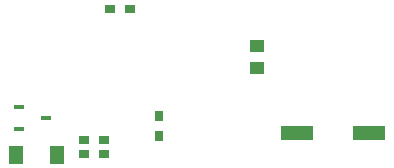
<source format=gbr>
G04 DipTrace 3.3.1.3*
G04 BottomPaste.gbr*
%MOIN*%
G04 #@! TF.FileFunction,Paste,Bot*
G04 #@! TF.Part,Single*
%ADD64R,0.110236X0.051181*%
%ADD70R,0.033465X0.017717*%
%ADD76R,0.047244X0.062992*%
%ADD80R,0.051181X0.043307*%
%ADD82R,0.031496X0.035433*%
%ADD84R,0.035433X0.031496*%
%FSLAX26Y26*%
G04*
G70*
G90*
G75*
G01*
G04 BotPaste*
%LPD*%
D82*
X935677Y619529D3*
Y552600D3*
D80*
X1260549Y778093D3*
Y852896D3*
D84*
X683730Y492033D3*
X750659D3*
D76*
X593038Y490377D3*
X459180D3*
D70*
X466303Y574438D3*
Y649241D3*
X556854Y611840D3*
D84*
X837928Y975600D3*
X770999D3*
X751787Y539134D3*
X684858D3*
D64*
X1395667Y561600D3*
X1633217D3*
M02*

</source>
